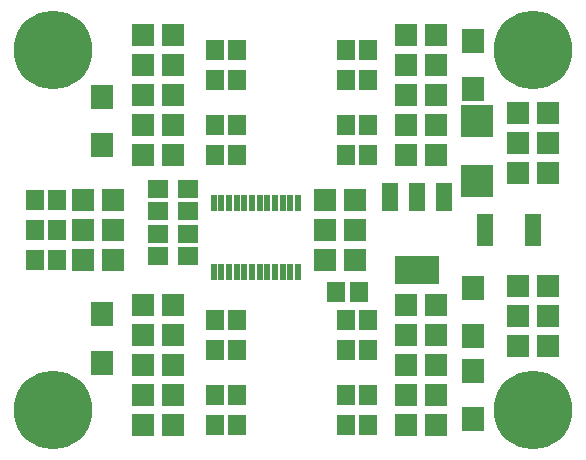
<source format=gbr>
G75*
G70*
%OFA0B0*%
%FSLAX24Y24*%
%IPPOS*%
%LPD*%
%AMOC8*
5,1,8,0,0,1.08239X$1,22.5*
%
%ADD10R,0.0198X0.0552*%
%ADD11R,0.0730X0.0730*%
%ADD12R,0.0592X0.0671*%
%ADD13R,0.0671X0.0592*%
%ADD14R,0.0749X0.0789*%
%ADD15C,0.2620*%
%ADD16R,0.0560X0.0960*%
%ADD17R,0.1497X0.0946*%
%ADD18R,0.1064X0.1084*%
%ADD19R,0.0580X0.1080*%
D10*
X007430Y010514D03*
X007686Y010514D03*
X007942Y010514D03*
X008198Y010514D03*
X008454Y010514D03*
X008710Y010514D03*
X008965Y010514D03*
X009221Y010514D03*
X009477Y010514D03*
X009733Y010514D03*
X009989Y010514D03*
X010245Y010514D03*
X010245Y012812D03*
X009989Y012812D03*
X009733Y012812D03*
X009477Y012812D03*
X009221Y012812D03*
X008965Y012812D03*
X008710Y012812D03*
X008454Y012812D03*
X008198Y012812D03*
X007942Y012812D03*
X007686Y012812D03*
X007430Y012812D03*
D11*
X005088Y005413D03*
X006088Y005413D03*
X006088Y006413D03*
X005088Y006413D03*
X005088Y007413D03*
X006088Y007413D03*
X006088Y008413D03*
X005088Y008413D03*
X005088Y009413D03*
X006088Y009413D03*
X004088Y010913D03*
X003088Y010913D03*
X003088Y011913D03*
X004088Y011913D03*
X004088Y012913D03*
X003088Y012913D03*
X005088Y014413D03*
X006088Y014413D03*
X006088Y015413D03*
X005088Y015413D03*
X005088Y016413D03*
X006088Y016413D03*
X006088Y017413D03*
X005088Y017413D03*
X005088Y018413D03*
X006088Y018413D03*
X011150Y012913D03*
X012150Y012913D03*
X012150Y011913D03*
X011150Y011913D03*
X011150Y010913D03*
X012150Y010913D03*
X013838Y009413D03*
X014838Y009413D03*
X014838Y008413D03*
X013838Y008413D03*
X013838Y007413D03*
X014838Y007413D03*
X014838Y006413D03*
X013838Y006413D03*
X013838Y005413D03*
X014838Y005413D03*
X017588Y008038D03*
X018588Y008038D03*
X018588Y009038D03*
X017588Y009038D03*
X017588Y010038D03*
X018588Y010038D03*
X018588Y013788D03*
X017588Y013788D03*
X017588Y014788D03*
X018588Y014788D03*
X018588Y015788D03*
X017588Y015788D03*
X014838Y015413D03*
X013838Y015413D03*
X013838Y016413D03*
X014838Y016413D03*
X014838Y017413D03*
X013838Y017413D03*
X013838Y018413D03*
X014838Y018413D03*
X014838Y014413D03*
X013838Y014413D03*
D12*
X012587Y014413D03*
X011838Y014413D03*
X011838Y015413D03*
X012587Y015413D03*
X012587Y016913D03*
X011838Y016913D03*
X011838Y017913D03*
X012587Y017913D03*
X008212Y017913D03*
X007463Y017913D03*
X007463Y016913D03*
X008212Y016913D03*
X008212Y015413D03*
X007463Y015413D03*
X007463Y014413D03*
X008212Y014413D03*
X011526Y009850D03*
X012274Y009850D03*
X012587Y008913D03*
X011838Y008913D03*
X011838Y007913D03*
X012587Y007913D03*
X012587Y006413D03*
X011838Y006413D03*
X011838Y005413D03*
X012587Y005413D03*
X008212Y005413D03*
X007463Y005413D03*
X007463Y006413D03*
X008212Y006413D03*
X008212Y007913D03*
X007463Y007913D03*
X007463Y008913D03*
X008212Y008913D03*
X002212Y010913D03*
X001463Y010913D03*
X001463Y011913D03*
X002212Y011913D03*
X002212Y012913D03*
X001463Y012913D03*
D13*
X005588Y013287D03*
X005588Y012539D03*
X005588Y011787D03*
X005588Y011039D03*
X006588Y011039D03*
X006588Y011787D03*
X006588Y012539D03*
X006588Y013287D03*
D14*
X003713Y014731D03*
X003713Y016345D03*
X003713Y009095D03*
X003713Y007481D03*
X016088Y007220D03*
X016088Y008356D03*
X016088Y009970D03*
X016088Y005606D03*
X016088Y016606D03*
X016088Y018220D03*
D15*
X018088Y017913D03*
X018088Y005913D03*
X002088Y005913D03*
X002088Y017913D03*
D16*
X013303Y013008D03*
X014213Y013008D03*
X015123Y013008D03*
D17*
X014213Y010568D03*
D18*
X016213Y013544D03*
X016213Y015532D03*
D19*
X016463Y011913D03*
X018088Y011913D03*
M02*

</source>
